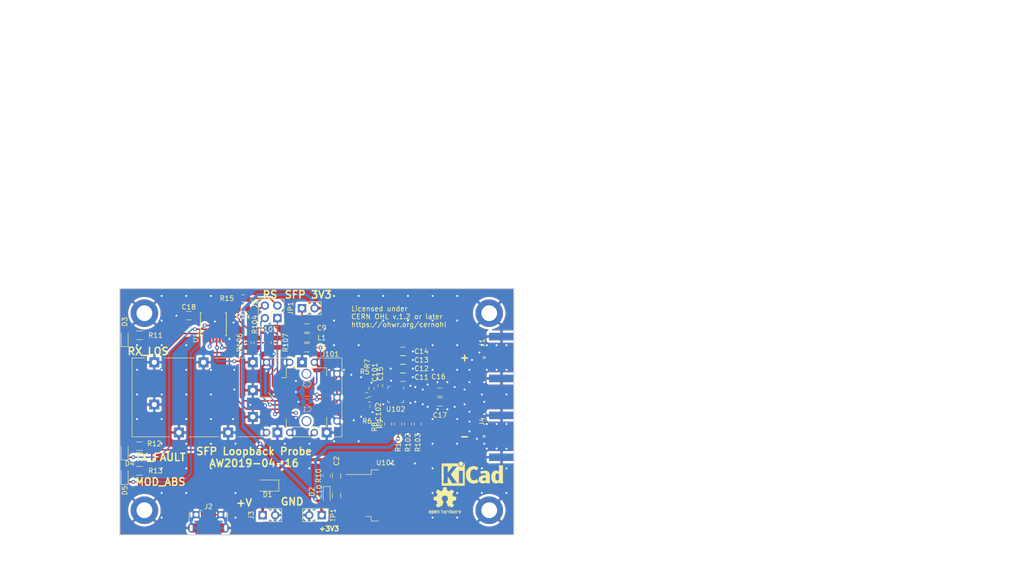
<source format=kicad_pcb>
(kicad_pcb (version 20221018) (generator pcbnew)
  (title_block (title "SFP Loopback Board") (date "2019-04.16") (rev "r2") (company "Anders.e.e.Wallin \"at\" gmail.com") (comment 1 "2019-04 add 100n caps before ONET-inputs"))
  (layers (0 "F.Cu" signal) (31 "B.Cu" signal) (34 "B.Paste" user) (35 "F.Paste" user) (36 "B.SilkS" user "B.Silkscreen") (37 "F.SilkS" user "F.Silkscreen") (38 "B.Mask" user) (39 "F.Mask" user) (44 "Edge.Cuts" user))
  (net 0 "")
  (net 1 "GND")
  (net 2 "SFP_VCC")
  (net 3 "Net-(C2-Pad1)")
  (net 4 "Net-(C9-Pad2)")
  (net 5 "+3V3")
  (net 6 "Net-(C15-Pad2)")
  (net 7 "Net-(C15-Pad1)")
  (net 8 "Net-(D1-Pad2)")
  (net 9 "Net-(D2-Pad1)")
  (net 10 "/P3+")
  (net 11 "/P4+")
  (net 12 "/P4-")
  (net 13 "/P3-")
  (net 14 "/P2+")
  (net 15 "/P2-")
  (net 16 "Net-(D3-Pad1)")
  (net 17 "Net-(D3-Pad2)")
  (net 18 "Net-(D4-Pad2)")
  (net 19 "Net-(D4-Pad1)")
  (net 20 "Net-(D5-Pad1)")
  (net 21 "Net-(D5-Pad2)")
  (net 22 "TX_FAULT")
  (net 23 "MOD_ABS")
  (net 24 "RX_LOS")
  (net 25 "Net-(J5-Pad4)")
  (net 26 "Net-(J5-Pad3)")
  (net 27 "Net-(C101-Pad1)")
  (net 28 "Net-(C102-Pad1)")
  (net 29 "Net-(J2-Pad3)")
  (net 30 "Net-(J2-Pad4)")
  (net 31 "Net-(J2-Pad2)")
  (net 32 "/TH")
  (net 33 "/LOS")
  (net 34 "/DIS")
  (net 35 "/VAR")
  (net 36 "Net-(U1-Pad12)")
  (net 37 "Net-(U1-Pad10)")
  (net 38 "Net-(U1-Pad8)")
  (net 39 "Net-(C103-Pad2)")
  (net 40 "/P1+")
  (net 41 "Net-(C104-Pad2)")
  (net 42 "/P1-")
  (net 43 "Net-(C105-Pad2)")
  (net 44 "Net-(C106-Pad2)")
  (net 45 "Net-(J101-Pad7)")
  (net 46 "Net-(J101-Pad9)")
  (net 47 "Net-(J101-Pad5)")
  (net 48 "Net-(J101-Pad4)")
  (net 49 "Net-(J101-Pad3)")
  (footprint "Capacitors_SMD:C_0805" (layer "F.Cu") (at 139 113 90)
    (fp_text reference "C2")
    (fp_text value "10u")
  )
  (footprint "Capacitors_SMD:C_0805" (layer "F.Cu") (at 133 87)
    (fp_text reference "C6")
    (fp_text value "100n")
  )
  (footprint "Capacitors_SMD:C_0805" (layer "F.Cu") (at 133 83 180)
    (fp_text reference "C9")
    (fp_text value "4u7")
  )
  (footprint "Capacitors_SMD:C_0805" (layer "F.Cu") (at 139 117 90)
    (fp_text reference "C10")
    (fp_text value "10u")
  )
  (footprint "Capacitors_SMD:C_0805" (layer "F.Cu") (at 152.5 93 180)
    (fp_text reference "C11")
    (fp_text value "100p")
  )
  (footprint "Capacitors_SMD:C_0805" (layer "F.Cu") (at 152.5 91.25 180)
    (fp_text reference "C12")
    (fp_text value "1n")
  )
  (footprint "Capacitors_SMD:C_0805" (layer "F.Cu") (at 152.5 89.5 180)
    (fp_text reference "C13")
    (fp_text value "100n")
  )
  (footprint "Capacitors_SMD:C_0805" (layer "F.Cu") (at 152.5 87.75 180)
    (fp_text reference "C14")
    (fp_text value "4u7")
  )
  (footprint "Capacitors_SMD:C_0805" (layer "F.Cu") (at 160 96 180)
    (fp_text reference "C16")
    (fp_text value "100n")
  )
  (footprint "Capacitors_SMD:C_0805" (layer "F.Cu") (at 160 98 180)
    (fp_text reference "C17")
    (fp_text value "100n")
  )
  (footprint "Diode_SMD:D_1206_3216Metric" (layer "F.Cu") (at 125 115 180)
    (fp_text reference "D1")
    (fp_text value "D")
  )
  (footprint "LEDs:LED_0805" (layer "F.Cu") (at 137 117 -90)
    (fp_text reference "D2")
    (fp_text value "LED")
  )
  (footprint "Connectors_USB:USB_Micro-B_Molex-105017-0001" (layer "F.Cu") (at 113 123.25)
    (fp_text reference "J2")
    (fp_text value "USB_B_Micro")
  )
  (footprint "Pin_Headers:Pin_Header_Straight_1x02_Pitch2.54mm" (layer "F.Cu") (at 124 121 90)
    (fp_text reference "J3")
    (fp_text value "Conn_01x02")
  )
  (footprint "Inductors_SMD:L_0805" (layer "F.Cu") (at 133 85)
    (fp_text reference "L1")
    (fp_text value "2u2")
  )
  (footprint "Resistor_SMD:R_0805_2012Metric" (layer "F.Cu") (at 149.5 102.5 90)
    (fp_text reference "R9")
    (fp_text value "62k")
  )
  (footprint "Resistor_SMD:R_0805_2012Metric" (layer "F.Cu") (at 137 113 90)
    (fp_text reference "R10")
    (fp_text value "100R")
  )
  (footprint "Pin_Headers:Pin_Header_Straight_1x02_Pitch2.54mm" (layer "F.Cu") (at 136 121 -90)
    (fp_text reference "TP1")
    (fp_text value "Test3V3")
  )
  (footprint "Pin_Headers:Pin_Header_Straight_1x02_Pitch2.54mm" (layer "F.Cu") (at 132 79 90)
    (fp_text reference "JP1")
    (fp_text value "SFP_ENA")
  )
  (footprint "Resistors_SMD:R_0402" (layer "F.Cu") (at 145.125 96.7)
    (fp_text reference "R5")
    (fp_text value "500R")
  )
  (footprint "Resistors_SMD:R_0402" (layer "F.Cu") (at 145.7 97.5 180)
    (fp_text reference "R6")
    (fp_text value "500R")
  )
  (footprint "Resistors_SMD:R_0402" (layer "F.Cu") (at 146.1 95.3 -90)
    (fp_text reference "R7")
    (fp_text value "49R9")
  )
  (footprint "Resistors_SMD:R_0402" (layer "F.Cu") (at 146.3 98.9 90)
    (fp_text reference "R8")
    (fp_text value "49R9")
  )
  (footprint "Capacitors_SMD:C_0402" (layer "F.Cu") (at 147.9 94.7 90)
    (fp_text reference "C15")
    (fp_text value "100n")
  )
  (footprint "LEDs:LED_0805" (layer "F.Cu") (at 96 85 90)
    (fp_text reference "D3")
    (fp_text value "LED")
  )
  (footprint "LEDs:LED_0805" (layer "F.Cu") (at 96 108 90)
    (fp_text reference "D4")
    (fp_text value "LED")
  )
  (footprint "LEDs:LED_0805" (layer "F.Cu") (at 96 113 90)
    (fp_text reference "D5")
    (fp_text value "LED")
  )
  (footprint "Resistors_SMD:R_0805" (layer "F.Cu") (at 99 84.5 180)
    (fp_text reference "R11")
    (fp_text value "R")
  )
  (footprint "Resistors_SMD:R_0805" (layer "F.Cu") (at 99 107 180)
    (fp_text reference "R12")
    (fp_text value "R")
  )
  (footprint "Resistors_SMD:R_0805" (layer "F.Cu") (at 99 112 180)
    (fp_text reference "R13")
    (fp_text value "R")
  )
  (footprint "Capacitors_SMD:C_0805" (layer "F.Cu") (at 109 80.5 180)
    (fp_text reference "C18")
    (fp_text value "100n")
  )
  (footprint "Housings_SSOP:TSSOP-14_4.4x5mm_Pitch0.65mm" (layer "F.Cu") (at 114 82.25 90)
    (fp_text reference "U1")
    (fp_text value "74HC14")
  )
  (footprint "Pin_Headers:Pin_Header_Straight_2x02_Pitch2.54mm" (layer "F.Cu") (at 127 81 180)
    (fp_text reference "J5")
    (fp_text value "RS_JMP")
  )
  (footprint "Resistor_SMD:R_0805_2012Metric" (layer "F.Cu") (at 120 79 180)
    (fp_text reference "R14")
    (fp_text value "4k7")
  )
  (footprint "Resistor_SMD:R_0805_2012Metric" (layer "F.Cu") (at 120 77 180)
    (fp_text reference "R15")
    (fp_text value "4k7")
  )
  (footprint "Connector_Coaxial:SMA_Amphenol_132289_EdgeMount" (layer "F.Cu") (at 172.5 89)
    (fp_text reference "J1")
    (fp_text value "Conn_Coaxial")
  )
  (footprint "Connector_Coaxial:SMA_Amphenol_132289_EdgeMount" (layer "F.Cu") (at 172.5 105)
    (fp_text reference "J4")
    (fp_text value "Conn_Coaxial")
  )
  (footprint "MountingHole:MountingHole_3.2mm_M3_DIN965_Pad" (layer "F.Cu") (at 170 120)
    (fp_text reference "H103" hide)
    (fp_text value "MountingHole_Pad")
  )
  (footprint "MountingHole:MountingHole_3.2mm_M3_DIN965_Pad" (layer "F.Cu") (at 100 80)
    (fp_text reference "H101" hide)
    (fp_text value "MountingHole_Pad")
  )
  (footprint "MountingHole:MountingHole_3.2mm_M3_DIN965_Pad" (layer "F.Cu") (at 100 120)
    (fp_text reference "H102" hide)
    (fp_text value "MountingHole_Pad")
  )
  (footprint "MountingHole:MountingHole_3.2mm_M3_DIN965_Pad" (layer "F.Cu") (at 170 80)
    (fp_text reference "H104" hide)
    (fp_text value "MountingHole_Pad")
  )
  (footprint "Resistor_SMD:R_0805_2012Metric" (layer "F.Cu") (at 151.5 102.5 90)
    (fp_text reference "R101")
    (fp_text value "10k")
  )
  (footprint "Resistor_SMD:R_0805_2012Metric" (layer "F.Cu") (at 153.5 102.5 90)
    (fp_text reference "R102")
    (fp_text value "0R")
  )
  (footprint "Resistor_SMD:R_0805_2012Metric" (layer "F.Cu") (at 155.5 102.5 90)
    (fp_text reference "R103")
    (fp_text value "DNI")
  )
  (footprint "Capacitor_SMD:C_0402_1005Metric" (layer "F.Cu") (at 147.515 96.5 180)
    (fp_text reference "C101")
    (fp_text value "100n")
  )
  (footprint "Capacitor_SMD:C_0402_1005Metric" (layer "F.Cu") (at 147.5 97.5 180)
    (fp_text reference "C102")
    (fp_text value "100n")
  )
  (footprint "Package_TO_SOT_SMD:TO-263-5_TabPin3" (layer "F.Cu") (at 149 117)
    (fp_text reference "U101")
    (fp_text value "LT1963AxQ-3.3")
  )
  (footprint "Package_DFN_QFN:VQFN-16-1EP_3x3mm_P0.5mm_EP1.68x1.68mm" (layer "F.Cu") (at 151 96.5 -90)
    (fp_text reference "U102")
    (fp_text value "ONET1191PRGT")
  )
  (footprint "Capacitor_SMD:C_0402_1005Metric" (layer "F.Cu") (at 141.9 99 180)
    (fp_text reference "C103" hide)
    (fp_text value "C_Small")
  )
  (footprint "Capacitor_SMD:C_0402_1005Metric" (layer "F.Cu") (at 141.9 100 180)
    (fp_text reference "C104" hide)
    (fp_text value "C_Small")
  )
  (footprint "Capacitor_SMD:C_0402_1005Metric" (layer "F.Cu") (at 141.9 94.9 180)
    (fp_text reference "C105" hide)
    (fp_text value "C_Small")
  )
  (footprint "Capacitor_SMD:C_0402_1005Metric" (layer "F.Cu") (at 141.9 93.9 180)
    (fp_text reference "C106" hide)
    (fp_text value "C_Small")
  )
  (footprint "Connector:Connector_SFP_and_Cage" (layer "F.Cu") (at 139.1 97.1)
    (fp_text reference "J101")
    (fp_text value "SFP+")
  )
  (footprint "Resistor_SMD:R_0805_2012Metric" (layer "F.Cu") (at 123 86 90)
    (fp_text reference "R104")
    (fp_text value "4k7")
  )
  (footprint "Resistor_SMD:R_0805_2012Metric" (layer "F.Cu") (at 125 86 90)
    (fp_text reference "R105")
    (fp_text value "0R")
  )
  (footprint "Resistor_SMD:R_0805_2012Metric" (layer "F.Cu") (at 121 86 90)
    (fp_text reference "R106")
    (fp_text value "4k7")
  )
  (footprint "Resistor_SMD:R_0805_2012Metric" (layer "F.Cu") (at 127 86 -90)
    (fp_text reference "R107")
    (fp_text value "4k7")
  )
  (footprint "Symbol:OSHW-Logo2_7.3x6mm_SilkScreen" (layer "F.Cu") (at 161 118.1)
    (fp_text reference "REF**" hide)
    (fp_text value "OSHW-Logo2_7.3x6mm_SilkScreen" hide)
  )
  (footprint "Symbol:KiCad-Logo_5mm_SilkScreen" (layer "F.Cu") (at 166.6 113.1)
    (fp_text reference "REF**" hide)
    (fp_text value "KiCad-Logo_5mm_SilkScreen" hide)
  )
  (footprint "Capacitors_SMD:C_0603" (layer "B.Cu") (at 133 98)
    (fp_text reference "C1")
    (fp_text value "100p")
  )
  (footprint "Capacitors_SMD:C_0805" (layer "B.Cu") (at 133 96)
    (fp_text reference "C3")
    (fp_text value "1n")
  )
  (gr_line (start 175 125) (end 95 125) (stroke (width 0.2)) (layer "Edge.Cuts"))
  (gr_line (start 95 75) (end 175 75) (stroke (width 0.2)) (layer "Edge.Cuts"))
  (gr_line (start 95 125) (end 95 75) (stroke (width 0.2)) (layer "Edge.Cuts"))
  (gr_line (start 175 75) (end 175 125) (stroke (width 0.2)) (layer "Edge.Cuts"))
  (gr_text "RS" (at 125.5 76.25) (layer "F.SilkS") (effects (font (size 1.5 1.5) (thickness 0.3))))
  (gr_text "+" (at 165 89) (layer "F.SilkS") (effects (font (size 1.5 1.5) (thickness 0.3))))
  (gr_text "SFP 3V3" (at 133.25 76.25) (layer "F.SilkS") (effects (font (size 1.5 1.5) (thickness 0.3))))
  (gr_text "Licensed under \nCERN OHL v.1.2 or later\nhttps://ohwr.org/cernohl" (at 141.9 80.7) (layer "F.SilkS") (effects (font (size 1 1)) (justify left)))
  (gr_text "TX_FAULT" (at 103.25 109.25) (layer "F.SilkS") (effects (font (size 1.5 1.5) (thickness 0.3))))
  (gr_text "MOD_ABS" (at 103.25 114.25) (layer "F.SilkS") (effects (font (size 1.5 1.5) (thickness 0.3))))
  (gr_text "RX_LOS" (at 100.75 87.75) (layer "F.SilkS") (effects (font (size 1.5 1.5) (thickness 0.3))))
  (gr_text "+3V3" (at 137.5 123.75) (layer "F.SilkS") (effects (font (size 1 1) (thickness 0.25))))
  (gr_text "+V" (at 120.25 118.5) (layer "F.SilkS") (effects (font (size 1.5 1.5) (thickness 0.3))))
  (gr_text "SFP Loopback Probe\nAW2019-04-16" (at 122.25 109.25) (layer "F.SilkS") (effects (font (size 1.5 1.5) (thickness 0.3))))
  (gr_text "-" (at 165 105) (layer "F.SilkS") (effects (font (size 1.5 1.5) (thickness 0.3))))
  (gr_text "GND" (at 130 118.25) (layer "F.SilkS") (effects (font (size 1.5 1.5) (thickness 0.3))))
  (segment (start 150.1 93.7) (end 150 93.6) (width 0.3) (layer "F.Cu") (net 1))
  (segment (start 109.5 121.9) (end 109.5 123.6) (width 0.3) (layer "F.Cu") (net 1))
  (segment (start 138.9 95.7) (end 139.1 95.9) (width 0.3) (layer "F.Cu") (net 1))
  (segment (start 150.75 95.025) (end 150.75 96.25) (width 0.3) (layer "F.Cu") (net 1))
  (segment (start 152.475 97.25) (end 151.75 97.25) (width 0.3) (layer "F.Cu") (net 1))
  (segment (start 114.3 120.9) (end 115.5 120.9) (width 0.3) (layer "F.Cu") (net 1))
  (segment (start 150.25 93.75) (end 150 93.5) (width 0.3) (layer "F.Cu") (net 1))
  (segment (start 139.35 100.6) (end 140.5 101.75) (width 0.3) (layer "F.Cu") (net 1))
  (segment (start 112.7 77.3) (end 113.5 76.5) (width 0.3) (layer "F.Cu") (net 1))
  (segment (start 117.2 85.2) (end 117.25 85.25) (width 0.3) (layer "F.Cu") (net 1))
  (segment (start 153 97.25) (end 154 98.25) (width 0.3) (layer "F.Cu") (net 1))
  (segment (start 150 93.6) (end 150 93.5) (width 0.3) (layer "F.Cu") (net 1))
  (segment (start 122 91.37) (end 122 90.07) (width 0.3) (layer "F.Cu") (net 1))
  (segment (start 114 77) (end 113.5 76.5) (width 0.3) (layer "F.Cu") (net 1))
  (segment (start 110.5 120.9) (end 109.5 121.9) (width 0.3) (layer "F.Cu") (net 1))
  (segment (start 150 91.815685) (end 150 91.25) (width 0.3) (layer "F.Cu") (net 1))
  (segment (start 150.75 96.25) (end 151 96.5) (width 0.3) (layer "F.Cu") (net 1))
  (segment (start 140.5 101.75) (end 142.5 101.75) (width 0.3) (layer "F.Cu") (net 1))
  (segment (start 124.75 91.75) (end 122.38 91.75) (width 0.3) (layer "F.Cu") (net 1))
  (segment (start 152.475 95.75) (end 153 95.75) (width 0.3) (layer "F.Cu") (net 1))
  (segment (start 113.525 76.5) (end 113.5 76.5) (width 0.3) (layer "F.Cu") (net 1))
  (segment (start 115.3 79.3) (end 115.3 78.275) (width 0.3) (layer "F.Cu") (net 1))
  (segment (start 153 95.75) (end 154 94.75) (width 0.3) (layer "F.Cu") (net 1))
  (segment (start 151.75 95.75) (end 151 96.5) (width 0.3) (layer "F.Cu") (net 1))
  (segment (start 125 85.05) (end 125 84) (width 0.3) (layer "F.Cu") (net 1))
  (segment (start 137 95.7) (end 138.9 95.7) (width 0.3) (layer "F.Cu") (net 1))
  (segment (start 150.25 95.025) (end 150.25 93.75) (width 0.3) (layer "F.Cu") (net 1))
  (segment (start 152.475 97.25) (end 153 97.25) (width 0.3) (layer "F.Cu") (net 1))
  (segment (start 137 100.6) (end 139.35 100.6) (width 0.3) (layer "F.Cu") (net 1))
  (segment (start 122.38 91.75) (end 122 91.37) (width 0.3) (layer "F.Cu") (net 1))
  (segment (start 112.7 79.3) (end 112.7 77.3) (width 0.3) (layer "F.Cu") (net 1))
  (segment (start 115.5 120.9) (end 116.5 121.9) (width 0.3) (layer "F.Cu") (net 1))
  (segment (start 143.275 117.225) (end 152.425 117.225) (width 0.3) (layer "F.Cu") (net 1))
  (segment (start 150.75 95.025) (end 150.75 94.35) (width 0.3) (layer "F.Cu") (net 1))
  (segment (start 139 92.4) (end 139.1 92.3) (width 0.3) (layer "F.Cu") (net 1))
  (segment (start 139.1 98.1) (end 139.1 97.1) (width 0.3) (layer "F.Cu") (net 1))
  (segment (start 130.5 101) (end 130.75 101.25) (width 0.3) (layer "F.Cu") (net 1))
  (segment (start 150 93.5) (end 150 91.815685) (width 0.3) (layer "F.Cu") (net 1))
  (segment (start 150.25 95.025) (end 150.25 95.75) (width 0.3) (layer "F.Cu") (net 1))
  (segment (start 114 79.3) (end 114 77) (width 0.3) (layer "F.Cu") (net 1))
  (segment (start 114 123.6) (end 115.9 123.6) (width 0.3) (layer "F.Cu") (net 1))
  (segment (start 128.8 93.8) (end 130.7 93.8) (width 0.3) (layer "F.Cu") (net 1))
  (segment (start 112 123.6) (end 110.1 123.6) (width 0.3) (layer "F.Cu") (net 1))
  (segment (start 137 93.3) (end 139 93.3) (width 0.3) (layer "F.Cu") (net 1))
  (segment (start 151.75 97.25) (end 151 96.5) (width 0.3) (layer "F.Cu") (net 1))
  (segment (start 150.75 94.35) (end 150.1 93.7) (width 0.3) (layer "F.Cu") (net 1))
  (segment (start 139.1 95.9) (end 139.1 97.1) (width 0.3) (layer "F.Cu") (net 1))
  (segment (start 150.25 95.75) (end 151 96.5) (width 0.3) (layer "F.Cu") (net 1))
  (segment (start 152.475 95.75) (end 151.75 95.75) (width 0.3) (layer "F.Cu") (net 1))
  (segment (start 114 123.6) (end 112 123.6) (width 0.3) (layer "F.Cu") (net 1))
  (segment (start 115.3 78.275) (end 113.525 76.5) (width 0.3) (layer "F.Cu") (net 1))
  (segment (start 128.8 101) (end 130.5 101) (width 0.3) (layer "F.Cu") (net 1))
  (segment (start 130.7 93.8) (end 130.75 93.75) (width 0.3) (layer "F.Cu") (net 1))
  (segment (start 115.95 85.2) (end 117.2 85.2) (width 0.3) (layer "F.Cu") (net 1))
  (segment (start 137 98.1) (end 139.1 98.1) (width 0.3) (layer "F.Cu") (net 1))
  (segment (start 139 93.3) (end 139 92.4) (width 0.3) (layer "F.Cu") (net 1))
  (segment (start 116.5 121.9) (end 116.5 123.6) (width 0.3) (layer "F.Cu") (net 1))
  (via (at 124.75 91.75) (size 0.8) (drill 0.4) (layers "F.Cu" "B.Cu") (net 1))
  (via (at 103.5 96.5) (size 0.8) (drill 0.4) (layers "F.Cu" "B.Cu") (net 1))
  (via (at 117.25 85.25) (size 0.8) (drill 0.4) (layers "F.Cu" "B.Cu") (net 1))
  (via (at 98.5 86.5) (size 0.8) (drill 0.4) (layers "F.Cu" "B.Cu") (net 1))
  (via (at 144 93) (size 0.8) (drill 0.4) (layers "F.Cu" "B.Cu") (net 1))
  (via (at 143.5 86.5) (size 0.8) (drill 0.4) (layers "F.Cu" "B.Cu") (net 1))
  (via (at 163 99) (size 0.8) (drill 0.4) (layers "F.Cu" "B.Cu") (net 1))
  (via (at 103.5 101.5) (size 0.8) (drill 0.4) (layers "F.Cu" "B.Cu") (net 1))
  (via (at 173.5 102.5) (size 0.8) (drill 0.4) (layers "F.Cu" "B.Cu") (net 1))
  (via (at 166 102) (size 0.8) (drill 0.4) (layers "F.Cu" "B.Cu") (net 1))
  (via (at 148.5 76.5) (size 0.8) (drill 0.4) (layers "F.Cu" "B.Cu") (net 1))
  (via (at 108.5 101.5) (size 0.8) (drill 0.4) (layers "F.Cu" "B.Cu") (net 1))
  (via (at 171.5 102.5) (size 0.8) (drill 0.4) (layers "F.Cu" "B.Cu") (net 1))
  (via (at 163.5 101.5) (size 0.8) (drill 0.4) (layers "F.Cu" "B.Cu") (net 1))
  (via (at 146.1 94.1) (size 0.8) (drill 0.4) (layers "F.Cu" "B.Cu") (net 1))
  (via (at 98.5 101.5) (size 0.8) (drill 0.4) (layers "F.Cu" "B.Cu") (net 1))
  (via (at 103.5 91.5) (size 0.8) (drill 0.4) (layers "F.Cu" "B.Cu") (net 1))
  (via (at 153.5 104.5) (size 0.8) (drill 0.4) (layers "F.Cu" "B.Cu") (net 1))
  (via (at 163.5 76.5) (size 0.8) (drill 0.4) (layers "F.Cu" "B.Cu") (net 1))
  (via (at 173.5 96.5) (size 0.8) (drill 0.4) (layers "F.Cu" "B.Cu") (net 1))
  (via (at 153.5 81.5) (size 0.8) (drill 0.4) (layers "F.Cu" "B.Cu") (net 1))
  (via (at 158.5 76.5) (size 0.8) (drill 0.4) (layers "F.Cu" "B.Cu") (net 1))
  (via (at 113.5 101.5) (size 0.8) (drill 0.4) (layers "F.Cu" "B.Cu") (net 1))
  (via (at 173.5 86.5) (size 0.8) (drill 0.4) (layers "F.Cu" "B.Cu") (net 1))
  (via (at 130.75 96) (size 0.8) (drill 0.4) (layers "F.Cu" "B.Cu") (net 1))
  (via (at 173.5 107.5) (size 0.8) (drill 0.4) (layers "F.Cu" "B.Cu") (net 1))
  (via (at 157.5 99) (size 0.8) (drill 0.4) (layers "F.Cu" "B.Cu") (net 1))
  (via (at 118.5 121.5) (size 0.8) (drill 0.4) (layers "F.Cu" "B.Cu") (net 1))
  (via (at 163.5 106.5) (size 0.8) (drill 0.4) (layers "F.Cu" "B.Cu") (net 1))
  (via (at 143.5 76.5) (size 0.8) (drill 0.4) (layers "F.Cu" "B.Cu") (net 1))
  (via (at 138.5 86.5) (size 0.8) (drill 0.4) (layers "F.Cu" "B.Cu") (net 1))
  (via (at 161.5 94) (size 0.8) (drill 0.4) (layers "F.Cu" "B.Cu") (net 1))
  (via (at 103.5 81.5) (size 0.8) (drill 0.4) (layers "F.Cu" "B.Cu") (net 1))
  (via (at 130.75 93.75) (size 0.8) (drill 0.4) (layers "F.Cu" "B.Cu") (net 1))
  (via (at 138.5 81.5) (size 0.8) (drill 0.4) (layers "F.Cu" "B.Cu") (net 1))
  (via (at 138.5 106) (size 0.8) (drill 0.4) (layers "F.Cu" "B.Cu") (net 1))
  (via (at 154 94.75) (size 0.8) (drill 0.4) (layers "F.Cu" "B.Cu") (net 1))
  (via (at 108.5 96.5) (size 0.8) (drill 0.4) (layers "F.Cu" "B.Cu") (net 1))
  (via (at 108.5 91.5) (size 0.8) (drill 0.4) (layers "F.Cu" "B.Cu") (net 1))
  (via (at 168.5 111.5) (size 0.8) (drill 0.4) (layers "F.Cu" "B.Cu") (net 1))
  (via (at 163.5 91.5) (size 0.8) (drill 0.4) (layers "F.Cu" "B.Cu") (net 1))
  (via (at 113.5 91.5) (size 0.8) (drill 0.4) (layers "F.Cu" "B.Cu") (net 1))
  (via (at 103.5 111.5) (size 0.8) (drill 0.4) (layers "F.Cu" "B.Cu") (net 1))
  (via (at 158.5 86.5) (size 0.8) (drill 0.4) (layers "F.Cu" "B.Cu") (net 1))
  (via (at 166.5 89.5) (size 0.8) (drill 0.4) (layers "F.Cu" "B.Cu") (net 1))
  (via (at 156.5 98.5) (size 0.8) (drill 0.4) (layers "F.Cu" "B.Cu") (net 1))
  (via (at 158.5 116.5) (size 0.8) (drill 0.4) (layers "F.Cu" "B.Cu") (net 1))
  (via (at 103.5 121.5) (size 0.8) (drill 0.4) (layers "F.Cu" "B.Cu") (net 1))
  (via (at 133.5 106.5) (size 0.8) (drill 0.4) (layers "F.Cu" "B.Cu") (net 1))
  (via (at 128.5 106.5) (size 0.8) (drill 0.4) (layers "F.Cu" "B.Cu") (net 1))
  (via (at 126.25 96.5) (size 0.8) (drill 0.4) (layers "F.Cu" "B.Cu") (net 1))
  (via (at 158.5 121.5) (size 0.8) (drill 0.4) (layers "F.Cu" "B.Cu") (net 1))
  (via (at 173.5 116.5) (size 0.8) (drill 0.4) (layers "F.Cu" "B.Cu") (net 1))
  (via (at 126.25 88.25) (size 0.8) (drill 0.4) (layers "F.Cu" "B.Cu") (net 1))
  (via (at 148.5 98.5) (size 0.8) (drill 0.4) (layers "F.Cu" "B.Cu") (net 1))
  (via (at 113.5 96.5) (size 0.8) (drill 0.4) (layers "F.Cu" "B.Cu") (net 1))
  (via (at 173.5 91.5) (size 0.8) (drill 0.4) (layers "F.Cu" "B.Cu") (net 1))
  (via (at 114.3 81.7) (size 0.8) (drill 0.4) (layers "F.Cu" "B.Cu") (net 1))
  (via (at 150.1 110.5) (size 0.8) (drill 0.4) (layers "F.Cu" "B.Cu") (net 1))
  (via (at 157.5 94.5) (size 0.8) (drill 0.4) (layers "F.Cu" "B.Cu") (net 1))
  (via (at 166 100) (size 0.8) (drill 0.4) (layers "F.Cu" "B.Cu") (net 1))
  (via (at 155 95) (size 0.8) (drill 0.4) (layers "F.Cu" "B.Cu") (net 1))
  (via (at 125 84) (size 0.8) (drill 0.4) (layers "F.Cu" "B.Cu") (net 1))
  (via (at 108.5 76.5) (size 0.8) (drill 0.4) (layers "F.Cu" "B.Cu") (net 1))
  (via (at 130.75 101.25) (size 0.8) (drill 0.4) (layers "F.Cu" "B.Cu") (net 1))
  (via (at 118.25 95.5) (size 0.8) (drill 0.4) (layers "F.Cu" "B.Cu") (net 1))
  (via (at 108.5 111.5) (size 0.8) (drill 0.4) (layers "F.Cu" "B.Cu") (net 1))
  (via (at 118.25 91.5) (size 0.8) (drill 0.4) (layers "F.Cu" "B.Cu") (net 1))
  (via (at 171.5 107.5) (size 0.8) (drill 0.4) (layers "F.Cu" "B.Cu") (net 1))
  (via (at 128.5 86.5) (size 0.8) (drill 0.4) (layers "F.Cu" "B.Cu") (net 1))
  (via (at 118.1 81.9) (size 0.8) (drill 0.4) (layers "F.Cu" "B.Cu") (net 1))
  (via (at 158.5 81.5) (size 0.8) (drill 0.4) (layers "F.Cu" "B.Cu") (net 1))
  (via (at 156.5 95.5) (size 0.8) (drill 0.4) (layers "F.Cu" "B.Cu") (net 1))
  (via (at 159.5 99.5) (size 0.8) (drill 0.4) (layers "F.Cu" "B.Cu") (net 1))
  (via (at 150.1 93.7) (size 0.8) (drill 0.4) (layers "F.Cu" "B.Cu") (net 1))
  (via (at 138.5 76.5) (size 0.8) (drill 0.4) (layers "F.Cu" "B.Cu") (net 1))
  (via (at 108.5 116.5) (size 0.8) (drill 0.4) (layers "F.Cu" "B.Cu") (net 1))
  (via (at 154.5 93) (size 0.8) (drill 0.4) (layers "F.Cu" "B.Cu") (net 1))
  (via (at 163 95) (size 0.8) (drill 0.4) (layers "F.Cu" "B.Cu") (net 1))
  (via (at 150 91.25) (size 0.8) (drill 0.4) (layers "F.Cu" "B.Cu") (net 1))
  (via (at 168.5 96.5) (size 0.8) (drill 0.4) (layers "F.Cu" "B.Cu") (net 1))
  (via (at 163.5 121.5) (size 0.8) (drill 0.4) (layers "F.Cu" "B.Cu") (net 1))
  (via (at 146.3 100.1) (size 0.8) (drill 0.4) (layers "F.Cu" "B.Cu") (net 1))
  (via (at 103.5 106.5) (size 0.8) (drill 0.4) (layers "F.Cu" "B.Cu") (net 1))
  (via (at 163.5 86.5) (size 0.8) (drill 0.4) (layers "F.Cu" "B.Cu") (net 1))
  (via (at 158.5 111.5) (size 0.8) (drill 0.4) (layers "F.Cu" "B.Cu") (net 1))
  (via (at 169 98) (size 0.8) (drill 0.4) (layers "F.Cu" "B.Cu") (net 1))
  (via (at 144 101) (size 0.8) (drill 0.4) (layers "F.Cu" "B.Cu") (net 1))
  (via (at 163.5 81.5) (size 0.8) (drill 0.4) (layers "F.Cu" "B.Cu") (net 1))
  (via (at 153.5 76.5) (size 0.8) (drill 0.4) (layers "F.Cu" "B.Cu") (net 1))
  (via (at 140.5 91.5) (size 0.8) (drill 0.4) (layers "F.Cu" "B.Cu") (net 1))
  (via (at 148.5 81.5) (size 0.8) (drill 0.4) (layers "F.Cu" "B.Cu") (net 1))
  (via (at 108.5 106.5) (size 0.8) (drill 0.4) (layers "F.Cu" "B.Cu") (net 1))
  (via (at 168.5 86.5) (size 0.8) (drill 0.4) (layers "F.Cu" "B.Cu") (net 1))
  (via (at 155.5 104.5) (size 0.8) (drill 0.4) (layers "F.Cu" "B.Cu") (net 1))
  (via (at 131.25 98) (size 0.8) (drill 0.4) (layers "F.Cu" "B.Cu") (net 1))
  (via (at 166 94) (size 0.8) (drill 0.4) (layers "F.Cu" "B.Cu") (net 1))
  (via (at 103.5 86.5) (size 0.8) (drill 0.4) (layers "F.Cu" "B.Cu") (net 1))
  (via (at 154 98.25) (size 0.8) (drill 0.4) (layers "F.Cu" "B.Cu") (net 1))
  (via (at 169 106.5) (size 0.8) (drill 0.4) (layers "F.Cu" "B.Cu") (net 1))
  (via (at 113.5 106.5) (size 0.8) (drill 0.4) (layers "F.Cu" "B.Cu") (net 1))
  (via (at 154.5 89.5) (size 0.8) (drill 0.4) (layers "F.Cu" "B.Cu") (net 1))
  (via (at 103.5 76.5) (size 0.8) (drill 0.4) (layers "F.Cu" "B.Cu") (net 1))
  (via (at 121.5 98.6) (size 0.8) (drill 0.4) (layers "F.Cu" "B.Cu") (net 1))
  (via (at 98.5 96.5) (size 0.8) (drill 0.4) (layers "F.Cu" "B.Cu") (net 1))
  (via (at 161.5 99.5) (size 0.8) (drill 0.4) (layers "F.Cu" "B.Cu") (net 1))
  (via (at 103.5 116.5) (size 0.8) (drill 0.4) (layers "F.Cu" "B.Cu") (net 1))
  (via (at 158.5 106.5) (size 0.8) (drill 0.4) (layers "F.Cu" "B.Cu") (net 1))
  (via (at 169.5 91.5) (size 0.8) (drill 0.4) (layers "F.Cu" "B.Cu") (net 1))
  (via (at 173.5 111.5) (size 0.8) (drill 0.4) (layers "F.Cu" "B.Cu") (net 1))
  (via (at 133.5 111.5) (size 0.8) (drill 0.4) (layers "F.Cu" "B.Cu") (net 1))
  (via (at 118 101.5) (size 0.8) (drill 0.4) (layers "F.Cu" "B.Cu") (net 1))
  (via (at 165 98.5) (size 0.8) (drill 0.4) (layers "F.Cu" "B.Cu") (net 1))
  (via (at 165 95.5) (size 0.8) (drill 0.4) (layers "F.Cu" "B.Cu") (net 1))
  (via (at 166 91.5) (size 0.8) (drill 0.4) (layers "F.Cu" "B.Cu") (net 1))
  (via (at 169 100.5) (size 0.8) (drill 0.4) (layers "F.Cu" "B.Cu") (net 1))
  (via (at 169.5 107.5) (size 0.8) (drill 0.4) (layers "F.Cu" "B.Cu") (net 1))
  (via (at 168.5 116.5) (size 0.8) (drill 0.4) (layers "F.Cu" "B.Cu") (net 1))
  (via (at 171.5 91.5) (size 0.8) (drill 0.4) (layers "F.Cu" "B.Cu") (net 1))
  (via (at 169 94) (size 0.8) (drill 0.4) (layers "F.Cu" "B.Cu") (net 1))
  (via (at 168 88) (size 0.8) (drill 0.4) (layers "F.Cu" "B.Cu") (net 1))
  (via (at 169.5 102.5) (size 0.8) (drill 0.4) (layers "F.Cu" "B.Cu") (net 1))
  (via (at 113.5 76.5) (size 0.8) (drill 0.4) (layers "F.Cu" "B.Cu") (net 1))
  (via (at 154.5 91.25) (size 0.8) (drill 0.4) (layers "F.Cu" "B.Cu") (net 1))
  (via (at 137.5 91.5) (size 0.8) (drill 0.4) (layers "F.Cu" "B.Cu") (net 1))
  (via (at 158.5 101.5) (size 0.8) (drill 0.4) (layers "F.Cu" "B.Cu") (net 1))
  (via (at 171.5 86.5) (size 0.8) (drill 0.4) (layers "F.Cu" "B.Cu") (net 1))
  (via (at 155 98) (size 0.8) (drill 0.4) (layers "F.Cu" "B.Cu") (net 1))
  (via (at 166 104) (size 0.8) (drill 0.4) (layers "F.Cu" "B.Cu") (net 1))
  (via (at 106.5 80.5) (size 0.8) (drill 0.4) (layers "F.Cu" "B.Cu") (net 1))
  (via (at 169.5 86.5) (size 0.8) (drill 0.4) (layers "F.Cu" "B.Cu") (net 1))
  (via (at 167.5 105.5) (size 0.8) (drill 0.4) (layers "F.Cu" "B.Cu") (net 1))
  (via (at 142.5 101.75) (size 0.8) (drill 0.4) (layers "F.Cu" "B.Cu") (net 1))
  (via (at 159.5 94) (size 0.8) (drill 0.4) (layers "F.Cu" "B.Cu") (net 1))
  (via (at 142 92.5) (size 0.8) (drill 0.4) (layers "F.Cu" "B.Cu") (net 1))
  (via (at 158.5 91.5) (size 0.8) (drill 0.4) (layers "F.Cu" "B.Cu") (net 1))
  (via (at 113.5 111.5) (size 0.8) (drill 0.4) (layers "F.Cu" "B.Cu") (net 1))
  (via (at 98.5 91.5) (size 0.8) (drill 0.4) (layers "F.Cu" "B.Cu") (net 1))
  (via (at 154.9 110.5) (size 0.8) (drill 0.4) (layers "F.Cu" "B.Cu") (net 1))
  (via (at 118.5 116.5) (size 0.8) (drill 0.4) (layers "F.Cu" "B.Cu") (net 1))
  (via (at 124.5 98.75) (size 0.8) (drill 0.4) (layers "F.Cu" "B.Cu") (net 1))
  (via (at 154.5 87.75) (size 0.8) (drill 0.4) (layers "F.Cu" "B.Cu") (net 1))
  (via (at 143.5 106) (size 0.8) (drill 0.4) (layers "F.Cu" "B.Cu") (net 1))
  (via (at 118.5 106.5) (size 0.8) (drill 0.4) (layers "F.Cu" "B.Cu") (net 1))
  (via (at 163.5 116.5) (size 0.8) (drill 0.4) (layers "F.Cu" "B.Cu") (net 1))
  (via (at 108.5 86.5) (size 0.8) (drill 0.4) (layers "F.Cu" "B.Cu") (net 1))
  (via (at 163.5 111.5) (size 0.8) (drill 0.4) (layers "F.Cu" "B.Cu") (net 1))
  (segment (start 132.25 98) (end 132.25 96.25) (width 0.3) (layer "B.Cu") (net 1))
  (segment (start 132.25 96.25) (end 132 96) (width 0.3) (layer "B.Cu") (net 1))
  (segment (start 134 87) (end 134 85.05) (width 0.3) (layer "F.Cu") (net 2))
  (segment (start 137 97.4) (end 135.1 97.4) (width 0.3) (layer "F.Cu") (net 2))
  (segment (start 134 85.05) (end 133.95 85) (width 0.3) (layer "F.Cu") (net 2))
  (segment (start 135 97.5) (end 135 96.5) (width 0.3) (layer "F.Cu") (net 2))
  (segment (start 135.75 87) (end 134 87) (width 0.3) (layer "F.Cu") (net 2))
  (segment (start 135.1 97.4) (end 135 97.5) (width 0.3) (layer "F.Cu") (net 2))
  (segment (start 135.1 96.6) (end 135 96.5) (width 0.3) (layer "F.Cu") (net 2))
  (segment (start 137 96.6) (end 135.1 96.6) (width 0.3) (layer "F.Cu") (net 2))
  (via (at 135 97.5) (size 0.8) (drill 0.4) (layers "F.Cu" "B.Cu") (net 2))
  (via (at 135.75 87) (size 0.8) (drill 0.4) (layers "F.Cu" "B.Cu") (net 2))
  (via (at 135 96.5) (size 0.8) (drill 0.4) (layers "F.Cu" "B.Cu") (net 2))
  (segment (start 135 91.75) (end 135.75 91) (width 0.3) (layer "B.Cu") (net 2))
  (segment (start 135.75 91) (end 135.75 87) (width 0.3) (layer "B.Cu") (net 2))
  (segment (start 135 97.5) (end 134.25 97.5) (width 0.3) (layer "B.Cu") (net 2))
  (segment (start 133.75 98) (end 133.75 96.25) (width 0.3) (layer "B.Cu") (net 2))
  (segment (start 134.5 96.5) (end 134 96) (width 0.3) (layer "B.Cu") (net 2))
  (segment (start 135 96.5) (end 134.5 96.5) (width 0.3) (layer "B.Cu") (net 2))
  (segment (start 134 95.075) (end 135 94.075) (width 0.3) (layer "B.Cu") (net 2))
  (segment (start 133.75 96.25) (end 134 96) (width 0.3) (layer "B.Cu") (net 2))
  (segment (start 134 96) (end 134 95.075) (width 0.3) (layer "B.Cu") (net 2))
  (segment (start 134.25 97.5) (end 133.75 98) (width 0.3) (layer "B.Cu") (net 2))
  (segment (start 135 94.075) (end 135 91.75) (width 0.3) (layer "B.Cu") (net 2))
  (segment (start 143.275 112.975) (end 143.25 112.95) (width 0.6) (layer "F.Cu") (net 3))
  (segment (start 139.175 113.825) (end 139 114) (width 0.3) (layer "F.Cu") (net 3))
  (segment (start 143.25 112) (end 141 109.75) (width 0.6) (layer "F.Cu") (net 3))
  (segment (start 143.275 113.825) (end 143.275 112.975) (width 0.6) (layer "F.Cu") (net 3))
  (segment (start 126 111.5) (end 126.7 112.2) (width 0.6) (layer "F.Cu") (net 3))
  (segment (start 143.275 115.525) (end 143.275 113.825) (width 0.6) (layer "F.Cu") (net 3))
  (segment (start 111.7 120.9) (end 111.7 118.55) (width 0.5) (layer "F.Cu") (net 3))
  (segment (start 129.15 109.75) (end 126.7 112.2) (width 0.6) (layer "F.Cu") (net 3))
  (segment (start 126.7 112.2) (end 126.7 115) (width 0.6) (layer "F.Cu") (net 3))
  (segment (start 143.275 113.825) (end 139.175 113.825) (width 0.3) (layer "F.Cu") (net 3))
  (segment (start 143.25 112.95) (end 143.25 112) (width 0.6) (layer "F.Cu") (net 3))
  (segment (start 118.75 111.5) (end 126 111.5) (width 0.6) (layer "F.Cu") (net 3))
  (segment (start 111.7 118.55) (end 118.75 111.5) (width 0.6) (layer "F.Cu") (net 3))
  (segment (start 141 109.75) (end 129.15 109.75) (width 0.6) (layer "F.Cu") (net 3))
  (segment (start 132.05 83.05) (end 132 83) (width 0.3) (layer "F.Cu") (net 4))
  (segment (start 132.05 85) (end 132.05 83.05) (width 0.3) (layer "F.Cu") (net 4))
  (segment (start 132 83) (end 132 79) (width 0.3) (layer "F.Cu") (net 4))
  (segment (start 139 118.8) (end 139 118) (width 0.6) (layer "F.Cu") (net 5))
  (segment (start 110 82) (end 110 80.5) (width 0.3) (layer "F.Cu") (net 5))
  (segment (start 121.5 83) (end 121 83) (width 0.3) (layer "F.Cu") (net 5))
  (segment (start 119.25 80.75) (end 119.25 81.5) (width 0.3) (layer "F.Cu") (net 5))
  (segment (start 119.0625 79) (end 119.0625 80.5625) (width 0.3) (layer "F.Cu") (net 5))
  (segment (start 151.5 86.5) (end 151.5 87.75) (width 0.6) (layer "F.Cu") (net 5))
  (segment (start 137 118.1) (end 138.9 118.1) (width 0.6) (layer "F.Cu") (net 5))
  (segment (start 151.75 95.025) (end 151.75 93.25) (width 0.3) (layer "F.Cu") (net 5))
  (segment (start 100.6 112) (end 101.5 111.1) (width 0.3) (layer "F.Cu") (net 5))
  (segment (start 143.275 118.925) (end 139.5 118.925) (width 0.6) (layer "F.Cu") (net 5))
  (segment (start 136.1 118.1) (end 137 118.1) (width 0.6) (layer "F.Cu") (net 5))
  (segment (start 139.5 118.925) (end 139.125 118.925) (width 0.6) (layer "F.Cu") (net 5))
  (segment (start 109.75 82.25) (end 110 82) (width 0.3) (layer "F.Cu") (net 5))
  (segment (start 105.5 84.5) (end 107.75 82.25) (width 0.3) (layer "F.Cu") (net 5))
  (segment (start 111.6 80.5) (end 112.05 80.05) (width 0.3) (layer "F.Cu") (net 5))
  (segment (start 112.05 79.3) (end 112.05 80.325) (width 0.3) (layer "F.Cu") (net 5))
  (segment (start 127 84.4) (end 125.6 83) (width 0.3) (layer "F.Cu") (net 5))
  (segment (start 139.125 118.925) (end 139 118.8) (width 0.6) (layer "F.Cu") (net 5))
  (segment (start 101.35 107.75) (end 101.5 107.75) (width 0.3) (layer "F.Cu") (net 5))
  (segment (start 112.05 79.8) (end 112.05 79.3) (width 0.3) (layer "F.Cu") (net 5))
  (segment (start 120.75 83) (end 121.5 83) (width 0.3) (layer "F.Cu") (net 5))
  (segment (start 127 85.05) (end 127 84.4) (width 0.3) (layer "F.Cu") (net 5))
  (segment (start 123 85.05) (end 123 84.4) (width 0.3) (layer "F.Cu") (net 5))
  (segment (start 99.95 84.5) (end 105.5 84.5) (width 0.3) (layer "F.Cu") (net 5))
  (segment (start 151.75 93.25) (end 151.5 93) (width 0.3) (layer "F.Cu") (net 5))
  (segment (start 151.5 93) (end 151.5 91.25) (width 0.3) (layer "F.Cu") (net 5))
  (segment (start 144 79) (end 151.5 86.5) (width 0.6) (layer "F.Cu") (net 5))
  (segment (start 121 85.05) (end 121 83) (width 0.3) (layer "F.Cu") (net 5))
  (segment (start 119.0625 79) (end 119.0625 77) (width 0.3) (layer "F.Cu") (net 5))
  (segment (start 151.25 93.25) (end 151.5 93) (width 0.3) (layer "F.Cu") (net 5))
  (segment (start 119.0625 80.5625) (end 119.25 80.75) (width 0.3) (layer "F.Cu") (net 5))
  (segment (start 143.275 118.925) (end 143.275 120.625) (width 0.6) (layer "F.Cu") (net 5))
  (segment (start 99.95 107) (end 100.6 107) (width 0.3) (layer "F.Cu") (net 5))
  (segment (start 151.5 105.5) (end 151.5 103.4375) (width 0.3) (layer "F.Cu") (net 5))
  (segment (start 110 80.5) (end 111.35 80.5) (width 0.3) (layer "F.Cu") (net 5))
  (segment (start 151.5 87.625) (end 151.5 87.75) (width 0.6) (layer "F.Cu") (net 5))
  (segment (start 122.25 107.75) (end 123.5 106.5) (width 0.3) (layer "F.Cu") (net 5))
  (segment (start 123 83) (end 121.5 83) (width 0.3) (layer "F.Cu") (net 5))
  (segment (start 101.5 107.75) (end 122.25 107.75) (width 0.3) (layer "F.Cu") (net 5))
  (segment (start 99.95 112) (end 100.6 112) (width 0.3) (layer "F.Cu") (net 5))
  (segment (start 135.1 118.1) (end 134.75 117.75) (width 0.6) (layer "F.Cu") (net 5))
  (segment (start 134.54 79) (end 140.875 79) (width 0.6) (layer "F.Cu") (net 5))
  (segment (start 136 121) (end 136 118.2) (width 0.6) (layer "F.Cu") (net 5))
  (segment (start 123 84.4) (end 123 83) (width 0.3) (layer "F.Cu") (net 5))
  (segment (start 119.25 81.5) (end 120.75 83) (width 0.3) (layer "F.Cu") (net 5))
  (segment (start 151.5 89.5) (end 151.5 87.75) (width 0.3) (layer "F.Cu") (net 5))
  (segment (start 101.5 111.1) (end 101.5 107.75) (width 0.3) (layer "F.Cu") (net 5))
  (segment (start 112.05 80.325) (end 112.475 80.75) (width 0.3) (layer "F.Cu") (net 5))
  (segment (start 138.9 118.1) (end 139 118) (width 0.6) (layer "F.Cu") (net 5))
  (segment (start 137 118.85) (end 137 118.1) (width 0.6) (layer "F.Cu") (net 5))
  (segment (start 139.5 118.925) (end 137.075 118.925) (width 0.6) (layer "F.Cu") (net 5))
  (segment (start 125.6 83) (end 123 83) (width 0.3) (layer "F.Cu") (net 5))
  (segment (start 137 118.1) (end 135.1 118.1) (width 0.6) (layer "F.Cu") (net 5))
  (segment (start 111.35 80.5) (end 112.05 79.8) (width 0.3) (layer "F.Cu") (net 5))
  (segment (start 112.475 80.75) (end 119.25 80.75) (width 0.3) (layer "F.Cu") (net 5))
  (segment (start 137.075 118.925) (end 137 118.85) (width 0.6) (layer "F.Cu") (net 5))
  (segment (start 107.75 82.25) (end 109.75 82.25) (width 0.3) (layer "F.Cu") (net 5))
  (segment (start 140.875 79) (end 144 79) (width 0.6) (layer "F.Cu") (net 5))
  (segment (start 110 80.5) (end 111.6 80.5) (width 0.3) (layer "F.Cu") (net 5))
  (segment (start 151.25 95.025) (end 151.25 93.25) (width 0.3) (layer "F.Cu") (net 5))
  (segment (start 136 118.2) (end 136.1 118.1) (width 0.6) (layer "F.Cu") (net 5))
  (segment (start 151.5 91.25) (end 151.5 89.5) (width 0.3) (layer "F.Cu") (net 5))
  (segment (start 100.6 107) (end 101.35 107.75) (width 0.3) (layer "F.Cu") (net 5))
  (via (at 134.75 117.75) (size 0.8) (drill 0.4) (layers "F.Cu" "B.Cu") (net 5))
  (via (at 123.5 106.5) (size 0.8) (drill 0.4) (layers "F.Cu" "B.Cu") (net 5))
  (via (at 119.25 80.75) (size 0.8) (drill 0.4) (layers "F.Cu" "B.Cu") (net 5))
  (via (at 151.5 105.5) (size 0.8) (drill 0.4) (layers "F.Cu" "B.Cu") (net 5))
  (segment (start 133.5 116.5) (end 123.5 106.5) (width 0.6) (layer "B.Cu") (net 5))
  (segment (start 123.5 106.5) (end 120 103) (width 0.6) (layer "B.Cu") (net 5))
  (segment (start 134.75 117.75) (end 133.5 116.5) (width 0.6) (layer "B.Cu") (net 5))
  (segment (start 120 79.25) (end 123 76.25) (width 0.6) (layer "B.Cu") (net 5))
  (segment (start 137.25 107.25) (end 147.25 107.25) (width 0.6) (layer "B.Cu") (net 5))
  (segment (start 134.54 79) (end 134.54 77.797919) (width 0.6) (layer "B.Cu") (net 5))
  (segment (start 120 80.75) (end 120 79.25) (width 0.6) (layer "B.Cu") (net 5))
  (segment (start 134.75 117.75) (end 134.75 109.75) (width 0.6) (layer "B.Cu") (net 5))
  (segment (start 123 76.25) (end 133 76.25) (width 0.6) (layer "B.Cu") (net 5))
  (segment (start 134.54 77.797919) (end 133 76.257919) (width 0.6) (layer "B.Cu") (net 5))
  (segment (start 133 76.257919) (end 133 76.25) (width 0.6) (layer "B.Cu") (net 5))
  (segment (start 120 103) (end 120 80.75) (width 0.6) (layer "B.Cu") (net 5))
  (segment (start 134.75 109.75) (end 137.25 107.25) (width 0.6) (layer "B.Cu") (net 5))
  (segment (start 119.25 80.75) (end 120 80.75) (width 0.3) (layer "B.Cu") (net 5))
  (segment (start 149.75 107.25) (end 151.5 105.5) (width 0.6) (layer "B.Cu") (net 5))
  (segment (start 147.25 107.25) (end 149.75 107.25) (width 0.6) (layer "B.Cu") (net 5))
  (segment (start 148.95 95.75) (end 148.6 95.4) (width 0.2) (layer "F.Cu") (net 6))
  (segment (start 149.525 95.75) (end 149.3 95.75) (width 0.1) (layer "F.Cu") (net 6))
  (segment (start 148.6 94.4) (end 148.35 94.15) (width 0.2) (layer "F.Cu") (net 6))
  (segment (start 148.35 94.15) (end 147.9 94.15) (width 0.2) (layer "F.Cu") (net 6))
  (segment (start 148.6 95.4) (end 148.6 94.4) (width 0.2) (layer "F.Cu") (net 6))
  (segment (start 149.525 95.75) (end 148.95 95.75) (width 0.2) (layer "F.Cu") (net 6))
  (segment (start 149.525 96.25) (end 148.85 96.25) (width 0.2) (layer "F.Cu") (net 7))
  (segment (start 148.85 96.25) (end 147.9 95.3) (width 0.2) (layer "F.Cu") (net 7))
  (segment (start 147.9 95.3) (end 147.9 95.25) (width 0.2) (layer "F.Cu") (net 7))
  (segment (start 124 115.7) (end 123.3 115) (width 0.3) (layer "F.Cu") (net 8))
  (segment (start 124 121) (end 124 115.7) (width 0.6) (layer "F.Cu") (net 8))
  (segment (start 137 115.9) (end 137 113.95) (width 0.3) (layer "F.Cu") (net 9))
  (segment (start 152.875 96.275) (end 155.5932 96.275) (width 0.2) (layer "F.Cu") (net 10))
  (segment (start 155.5932 96.275) (end 156.0932 96.775) (width 0.2) (layer "F.Cu") (net 10))
  (segment (start 156.0932 96.775) (end 158.1 96.775) (width 0.2) (layer "F.Cu") (net 10))
  (segment (start 152.475 96.25) (end 152.85 96.25) (width 0.2) (layer "F.Cu") (net 10))
  (segment (start 152.85 96.25) (end 152.875 96.275) (width 0.2) (layer "F.Cu") (net 10))
  (segment (start 158.1 96.775) (end 158.875 96) (width 0.2) (layer "F.Cu") (net 10))
  (segment (start 158.875 96) (end 159 96) (width 0.2) (layer "F.Cu") (net 10))
  (segment (start 161.937501 96) (end 162.712501 96.775) (width 0.2) (layer "F.Cu") (net 11))
  (segment (start 161 96) (end 161.937501 96) (width 0.2) (layer "F.Cu") (net 11))
  (segment (start 162.712501 96.775) (end 165.9068 96.775) (width 0.2) (layer "F.Cu") (net 11))
  (segment (start 165.9068 96.775) (end 166.225 96.775) (width 0.3) (layer "F.Cu") (net 11))
  (segment (start 169 89) (end 172.5 89) (width 0.3) (layer "F.Cu") (net 11))
  (segment (start 167.5 95.5) (end 167.5 90.5) (width 0.3) (layer "F.Cu") (net 11))
  (segment (start 166.225 96.775) (end 167.5 95.5) (width 0.3) (layer "F.Cu") (net 11))
  (segment (start 167.5 90.5) (end 169 89) (width 0.3) (layer "F.Cu") (net 11))
  (segment (start 167.5 103.5) (end 167.5 98.6318) (width 0.3) (layer "F.Cu") (net 12))
  (segment (start 169 105) (end 167.5 103.5) (width 0.3) (layer "F.Cu") (net 12))
  (segment (start 166.14321 97.27501) (end 166.0932 97.27501) (width 0.3) (layer "F.Cu") (net 12))
  (segment (start 161.937501 98) (end 162.712501 97.225) (width 0.2) (layer "F.Cu") (net 12))
  (segment (start 161 98) (end 161.937501 98) (width 0.2) (layer "F.Cu") (net 12))
  (segment (start 167.5 98.6318) (end 166.14321 97.27501) (width 0.3) (layer "F.Cu") (net 12))
  (segment (start 166.0932 97.27501) (end 166.0932 97.225) (width 0.2) (layer "F.Cu") (net 12))
  (segment (start 162.712501 97.225) (end 166.0932 97.27501) (width 0.2) (layer "F.Cu") (net 12))
  (segment (start 172.5 105) (end 169 105) (width 0.3) (layer "F.Cu") (net 12))
  (segment (start 155.4068 96.725) (end 155.9068 97.225) (width 0.2) (layer "F.Cu") (net 13))
  (segment (start 158.1 97.225) (end 158.875 98) (width 0.2) (layer "F.Cu") (net 13))
  (segment (start 155.9068 97.225) (end 158.1 97.225) (width 0.2) (layer "F.Cu") (net 13))
  (segment (start 152.85 96.75) (end 152.875 96.725) (width 0.2) (layer "F.Cu") (net 13))
  (segment (start 152.875 96.725) (end 155.4068 96.725) (width 0.2) (layer "F.Cu") (net 13))
  (segment (start 152.475 96.75) (end 152.85 96.75) (width 0.2) (layer "F.Cu") (net 13))
  (segment (start 158.875 98) (end 159 98) (width 0.2) (layer "F.Cu") (net 13))
  (segment (start 146.3 96.5) (end 146.1 96.7) (width 0.2) (layer "F.Cu") (net 14))
  (segment (start 145.55 96.6) (end 146.1 96.05) (width 0.1) (layer "F.Cu") (net 14))
  (segment (start 145.55 96.7) (end 145.55 96.6) (width 0.1) (layer "F.Cu") (net 14))
  (segment (start 146.075 95.775) (end 146.1 95.75) (width 0.2) (layer "F.Cu") (net 14))
  (segment (start 145.575 96.7) (end 145.575 96.6) (width 0.2) (layer "F.Cu") (net 14))
  (segment (start 146.1 96.7) (end 145.575 96.7) (width 0.2) (layer "F.Cu") (net 14))
  (segment (start 146.1 96.05) (end 146.1 95.75) (width 0.1) (layer "F.Cu") (net 14))
  (segment (start 146.075 96.1) (end 146.075 95.775) (width 0.2) (layer "F.Cu") (net 14))
  (segment (start 147.03 96.5) (end 146.3 96.5) (width 0.2) (layer "F.Cu") (net 14))
  (segment (start 145.575 96.6) (end 146.075 96.1) (width 0.2) (layer "F.Cu") (net 14))
  (segment (start 147.015 97.5) (end 146.15 97.5) (width 0.2) (layer "F.Cu") (net 15))
  (segment (start 146.15 98.3) (end 146.3 98.45) (width 0.2) (layer "F.Cu") (net 15))
  (segment (start 146.15 97.5) (end 146.15 98.3) (width 0.2) (layer "F.Cu") (net 15))
  (segment (start 107.875001 84.124999) (end 104.25 87.75) (width 0.3) (layer "F.Cu") (net 16))
  (segment (start 96 87.5) (end 96 86.1) (width 0.3) (layer "F.Cu") (net 16))
  (segment (start 112.7 84.2) (end 112.624999 84.124999) (width 0.3) (layer "F.Cu") (net 16))
  (segment (start 104.25 87.75) (end 96.25 87.75) (width 0.3) (layer "F.Cu") (net 16))
  (segment (start 112.7 85.2) (end 112.7 84.2) (width 0.3) (layer "F.Cu") (net 16))
  (segment (start 112.624999 84.124999) (end 107.875001 84.124999) (width 0.3) (layer "F.Cu") (net 16))
  (segment (start 96.25 87.75) (end 96 87.5) (width 0.3) (layer "F.Cu") (net 16))
  (segment (start 96 83.9) (end 97.45 83.9) (width 0.3) (layer "F.Cu") (net 17))
  (segment (start 97.45 83.9) (end 98.05 84.5) (width 0.3) (layer "F.Cu") (net 17))
  (segment (start 96 106.9) (end 97.95 106.9) (width 0.3) (layer "F.Cu") (net 18))
  (segment (start 97.95 106.9) (end 98.05 107) (width 0.3) (layer "F.Cu") (net 18))
  (segment (start 96.15 109.25) (end 96 109.1) (width 0.3) (layer "F.Cu") (net 19))
  (segment (start 97.75 109.25) (end 96.15 109.25) (width 0.3) (layer "F.Cu") (net 19))
  (segment (start 114 83.75) (end 113.5 83.25) (width 0.3) (layer "F.Cu") (net 19))
  (segment (start 113.5 83.25) (end 110.25 83.25) (width 0.3) (layer "F.Cu") (net 19))
  (segment (start 114 85.2) (end 114 83.75) (width 0.3) (layer "F.Cu") (net 19))
  (via (at 110.25 83.25) (size 0.8) (drill 0.4) (layers "F.Cu" "B.Cu") (net 19))
  (via (at 97.75 109.25) (size 0.8) (drill 0.4) (layers "F.Cu" "B.Cu") (net 19))
  (segment (start 103 109.25) (end 97.75 109.25) (width 0.3) (layer "B.Cu") (net 19))
  (segment (start 105 106.110002) (end 105 107.25) (width 0.3) (layer "B.Cu") (net 19))
  (segment (start 109.684315 83.25) (end 105 87.934315) (width 0.3) (layer "B.Cu") (net 19))
  (segment (start 105 107.25) (end 103 109.25) (width 0.3) (layer "B.Cu") (net 19))
  (segment (start 105 87.934315) (end 105 106.110002) (width 0.3) (layer "B.Cu") (net 19))
  (segment (start 110.25 83.25) (end 109.684315 83.25) (width 0.3) (layer "B.Cu") (net 19))
  (segment (start 97.75 114.25) (end 95.70001 114.25) (width 0.3) (layer "F.Cu") (net 20))
  (segment (start 115.3 84.175) (end 113.625 82.5) (width 0.3) (layer "F.Cu") (net 20))
  (segment (start 115.3 85.2) (end 115.3 84.175) (width 0.3) (layer "F.Cu") (net 20))
  (segment (start 95.85001 114.1) (end 96 114.1) (width 0.3) (layer "F.Cu") (net 20))
  (segment (start 113.625 82.5) (end 112.25 82.5) (width 0.3) (layer "F.Cu") (net 20))
  (segment (start 95.70001 114.25) (end 95.85001 114.1) (width 0.3) (layer "F.Cu") (net 20))
  (via (at 97.75 114.25) (size 0.8) (drill 0.4) (layers "F.Cu" "B.Cu") (net 20))
  (via (at 112.25 82.5) (size 0.8) (drill 0.4) (layers "F.Cu" "B.Cu") (net 20))
  (segment (start 107.75 114.25) (end 97.75 114.25) (width 0.3) (layer "B.Cu") (net 20))
  (segment (start 111.25 85) (end 111.25 86.25) (width 0.3) (layer "B.Cu") (net 20))
  (segment (start 109.424999 112.575001) (end 107.75 114.25) (width 0.3) (layer "B.Cu") (net 20))
  (segment (start 111.25 83.5) (end 111.25 85) (width 0.3) (layer "B.Cu") (net 20))
  (segment (start 111.25 85) (end 111.25 85.25) (width 0.3) (layer "B.Cu") (net 20))
  (segment (start 111.25 86.25) (end 109.424999 88.075001) (width 0.3) (layer "B.Cu") (net 20))
  (segment (start 112.25 82.5) (end 111.25 83.5) (width 0.3) (layer "B.Cu") (net 20))
  (segment (start 109.424999 88.075001) (end 109.424999 112.575001) (width 0.3) (layer "B.Cu") (net 20))
  (segment (start 96 111.9) (end 97.95 111.9) (width 0.3) (layer "F.Cu") (net 21))
  (segment (start 97.95 111.9) (end 98.05 112) (width 0.3) (layer "F.Cu") (net 21))
  (segment (start 113.25 86.75) (end 113.35 86.65) (width 0.3) (layer "F.Cu") (net 22))
  (segment (start 113.35 86.65) (end 113.35 85.2) (width 0.3) (layer "F.Cu") (net 22))
  (segment (start 119.75 86) (end 118.75 87) (width 0.3) (layer "F.Cu") (net 22))
  (segment (start 127 94.25) (end 127 86.95) (width 0.3) (layer "F.Cu") (net 22))
  (segment (start 118.75 87) (end 115.75 87) (width 0.3) (layer "F.Cu") (net 22))
  (segment (start 127.35 94.6) (end 127 94.25) (width 0.3) (layer "F.Cu") (net 22))
  (segment (start 127 86.95) (end 127 86) (width 0.3) (layer "F.Cu") (net 22))
  (segment (start 128.8 94.6) (end 127.35 94.6) (width 0.3) (layer "F.Cu") (net 22))
  (segment (start 127 86) (end 119.75 86) (width 0.3) (layer "F.Cu") (net 22))
  (via (at 113.25 86.75) (size 0.8) (drill 0.4) (layers "F.Cu" "B.Cu") (net 22))
  (via (at 115.75 87) (size 0.8) (drill 0.4) (layers "F.Cu" "B.Cu") (net 22))
  (segment (start 115.065685 85.75) (end 114 85.75) (width 0.3) (layer "B.Cu") (net 22))
  (segment (start 115.75 87) (end 115.75 86.434315) (width 0.3) (layer "B.Cu") (net 22))
  (segment (start 113.25 86.5) (end 113.25 86.75) (width 0.3) (layer "B.Cu") (net 22))
  (segment (start 114 85.75) (end 113.25 86.5) (width 0.3) (layer "B.Cu") (net 22))
  (segment (start 115.75 86.434315) (end 115.065685 85.75) (width 0.3) (layer "B.Cu") (net 22))
  (segment (start 114.65 85.2) (end 114.65 86.9) (width 0.3) (layer "F.Cu") (net 23))
  (segment (start 120.25 88.25) (end 122.5 88.25) (width 0.3) (layer "F.Cu") (net 23))
  (segment (start 114.65 86.9) (end 114.75 87) (width 0.3) (layer "F.Cu") (net 23))
  (segment (start 119.5 89) (end 120.25 88.25) (width 0.3) (layer "F.Cu") (net 23))
  (segment (start 119.5 97) (end 119.5 89.75) (width 0.3) (layer "F.Cu") (net 23))
  (segment (start 119.5 89.75) (end 118.25 89.75) (width 0.3) (layer "F.Cu") (net 23))
  (segment (start 128.8 97.8) (end 120.3 97.8) (width 0.3) (layer "F.Cu") (net 23))
  (segment (start 123 87.75) (end 123 86.95) (width 0.3) (layer "F.Cu") (net 23))
  (segment (start 119.5 89.75) (end 119.5 89) (width 0.3) (layer "F.Cu") (net 23))
  (segment (start 120.3 97.8) (end 119.5 97) (width 0.3) (layer "F.Cu") (net 23))
  (segment (start 122.5 88.25) (end 123 87.75) (width 0.3) (layer "F.Cu") (net 23))
  (via (at 114.75 87) (size 0.8) (drill 0.4) (layers "F.Cu" "B.Cu") (net 23))
  (via (at 118.25 89.75) (size 0.8) (drill 0.4) (layers "F.Cu" "B.Cu") (net 23))
  (segment (start 118.25 89.75) (end 115 89.75) (width 0.3) (layer "B.Cu") (net 23))
  (segment (start 114.75 89.5) (end 114.75 87.5) (width 0.3) (layer "B.Cu") (net 23))
  (segment (start 115 89.75) (end 114.75 89.5) (width 0.3) (layer "B.Cu") (net 23))
  (segment (start 114.75 87.5) (end 114.75 87) (width 0.3) (layer "B.Cu") (net 23))
  (segment (start 112.5 88) (end 112.05 87.55) (width 0.3) (layer "F.Cu") (net 24))
  (segment (start 120.75 99.5) (end 119.25 98) (width 0.3) (layer "F.Cu") (net 24))
  (segment (start 127.5 99.4) (end 127.4 99.5) (width 0.3) (layer "F.Cu") (net 24))
  (segment (start 127.4 99.5) (end 120.75 99.5) (width 0.3) (layer "F.Cu") (net 24))
  (segment (start 113.25 88) (end 112.5 88) (width 0.3) (layer "F.Cu") (net 24))
  (segment (start 119.25 98) (end 118.5 97.25) (width 0.3) (layer "F.Cu") (net 24))
  (segment (start 113.25 88) (end 117.25 88) (width 0.3) (layer "F.Cu") (net 24))
  (segment (start 117.25 88) (end 119 88) (width 0.3) (layer "F.Cu") (net 24))
  (segment (start 112.05 85.2) (end 112.05 86.225) (width 0.3) (layer "F.Cu") (net 24))
  (segment (start 128.8 99.4) (end 127.5 99.4) (width 0.3) (layer "F.Cu") (net 24))
  (segment (start 117.25 88.5) (end 117.25 88) (width 0.3) (layer "F.Cu") (net 24))
  (segment (start 112.05 86.225) (end 112.05 86.5) (width 0.3) (layer "F.Cu") (net 24))
  (segment (start 112.05 86.5) (end 112.05 85.95) (width 0.3) (layer "F.Cu") (net 24))
  (segment (start 119.25 98) (end 117.25 96) (width 0.3) (layer "F.Cu") (net 24))
  (segment (start 117.25 96) (end 117.25 88.5) (width 0.3) (layer "F.Cu") (net 24))
  (segment (start 120.05 86.95) (end 121 86.95) (width 0.3) (layer "F.Cu") (net 24))
  (segment (start 119 88) (end 120.05 86.95) (width 0.3) (layer "F.Cu") (net 24))
  (segment (start 112.05 87.55) (end 112.05 86.5) (width 0.3) (layer "F.Cu") (net 24))
  (segment (start 113.5 88) (end 113.25 88) (width 0.3) (layer "F.Cu") (net 24))
  (segment (start 124.04 78.46) (end 123.5 79) (width 0.3) (layer "F.Cu") (net 25))
  (segment (start 123.5 79) (end 120.9375 79) (width 0.3) (layer "F.Cu") (net 25))
  (segment (start 124.46 78.46) (end 124.04 78.46) (width 0.3) (layer "F.Cu") (net 25))
  (segment (start 127 78.46) (end 125.54 77) (width 0.3) (layer "F.Cu") (net 26))
  (segment (start 125.54 77) (end 120.9375 77) (width 0.3) (layer "F.Cu") (net 26))
  (segment (start 148.25 96.75) (end 148 96.5) (width 0.2) (layer "F.Cu") (net 27))
  (segment (start 149.525 96.75) (end 148.25 96.75) (width 0.2) (layer "F.Cu") (net 27))
  (segment (start 149.525 97.25) (end 148.235 97.25) (width 0.2) (layer "F.Cu") (net 28))
  (segment (start 148.235 97.25) (end 147.985 97.5) (width 0.2) (layer "F.Cu") (net 28))
  (segment (start 150.25 97.975) (end 150.25 98.2) (width 0.3) (layer "F.Cu") (net 32))
  (segment (start 149.5 99.4) (end 149.5 101.55) (width 0.3) (layer "F.Cu") (net 32))
  (segment (start 150.25 98.65) (end 149.5 99.4) (width 0.3) (layer "F.Cu") (net 32))
  (segment (start 150.25 97.975) (end 150.25 98.65) (width 0.3) (layer "F.Cu") (net 32))
  (segment (start 151.5 99.4) (end 151.5 101.5625) (width 0.3) (layer "F.Cu") (net 33))
  (segment (start 150.75 97.975) (end 150.75 98.65) (width 0.3) (layer "F.Cu") (net 33))
  (segment (start 150.75 98.65) (end 151.5 99.4) (width 0.3) (layer "F.Cu") (net 33))
  (segment (start 153.5 100.69288) (end 153.5 100.975) (width 0.3) (layer "F.Cu") (net 34))
  (segment (start 151.25 97.975) (end 151.25 98.44288) (width 0.3) (layer "F.Cu") (net 34))
  (segment (start 151.25 98.44288) (end 153.5 100.69288) (width 0.3) (layer "F.Cu") (net 34))
  (segment (start 153.5 100.975) (end 153.5 101.5625) (width 0.3) (layer "F.Cu") (net 34))
  (segment (start 155.5 100.7) (end 155.5 101.5625) (width 0.3) (layer "F.Cu") (net 35))
  (segment (start 153.65 100.1) (end 154.9 100.1) (width 0.3) (layer "F.Cu") (net 35))
  (segment (start 154.9 100.1) (end 155.5 100.7) (width 0.3) (layer "F.Cu") (net 35))
  (segment (start 151.75 97.975) (end 151.75 98.2) (width 0.3) (layer "F.Cu") (net 35))
  (segment (start 151.75 98.2) (end 153.65 100.1) (width 0.3) (layer "F.Cu") (net 35))
  (segment (start 138.500001 99) (end 138.675001 99.175) (width 0.2) (layer "F.Cu") (net 39))
  (segment (start 139.7432 99.175) (end 139.8432 99.275) (width 0.2) (layer "F.Cu") (net 39))
  (segment (start 138.675001 99.175) (end 139.7432 99.175) (width 0.2) (layer "F.Cu") (net 39))
  (segment (start 140.724999 99.275) (end 140.999999 99) (width 0.2) (layer "F.Cu") (net 39))
  (segment (start 137 99) (end 138.500001 99) (width 0.2) (layer "F.Cu") (net 39))
  (segment (start 139.8432 99.275) (end 140.724999 99.275) (width 0.2) (layer "F.Cu") (net 39))
  (segment (start 140.999999 99) (end 141.45 99) (width 0.2) (layer "F.Cu") (net 39))
  (segment (start 143.000001 95) (end 142.55 95) (width 0.2) (layer "F.Cu") (net 40))
  (segment (start 143.699615 97.736965) (end 143.677427 97.673556) (width 0.2) (layer "F.Cu") (net 40))
  (segment (start 143.677427 97.673556) (end 143.669905 97.6068) (width 0.2) (layer "F.Cu") (net 40))
  (segment (start 143.782859 97.841349) (end 143.735356 97.793846) (width 0.2) (layer "F.Cu") (net 40))
  (segment (start 144.562047 97.97225) (end 144.505166 97.936509) (width 0.2) (layer "F.Cu") (net 40))
  (segment (start 143.83974 97.336509) (end 143.903149 97.314321) (width 0.2) (layer "F.Cu") (net 40))
  (segment (start 143.735356 97.793846) (end 143.699615 97.736965) (width 0.2) (layer "F.Cu") (net 40))
  (segment (start 143.903149 97.314321) (end 143.969905 97.3068) (width 0.2) (layer "F.Cu") (net 40))
  (segment (start 144.645291 97.136965) (end 144.667479 97.073556) (width 0.2) (layer "F.Cu") (net 40))
  (segment (start 143.969905 97.9068) (end 143.903149 97.899278) (width 0.2) (layer "F.Cu") (net 40))
  (segment (start 144.562047 97.241349) (end 144.60955 97.193846) (width 0.2) (layer "F.Cu") (net 40))
  (segment (start 143.6068 99.275) (end 144.675 98.2068) (width 0.2) (layer "F.Cu") (net 40))
  (segment (start 144.675 95.5932) (end 143.8068 94.725) (width 0.2) (layer "F.Cu") (net 40))
  (segment (start 143.669905 97.6068) (end 143.677427 97.540043) (width 0.2) (layer "F.Cu") (net 40))
  (segment (start 144.505166 97.936509) (end 144.441757 97.914321) (width 0.2) (layer "F.Cu") (net 40))
  (segment (start 143.83974 97.87709) (end 143.782859 97.841349) (width 0.2) (layer "F.Cu") (net 40))
  (segment (start 144.441757 97.914321) (end 144.375 97.9068) (width 0.2) (layer "F.Cu") (net 40))
  (segment (start 143.735356 97.419753) (end 143.782859 97.37225) (width 0.2) (layer "F.Cu") (net 40))
  (segment (start 144.60955 98.019753) (end 144.562047 97.97225) (width 0.2) (layer "F.Cu") (net 40))
  (segment (start 143.699615 97.476634) (end 143.735356 97.419753) (width 0.2) (layer "F.Cu") (net 40))
  (segment (start 144.667479 97.073556) (end 144.675 97.0068) (width 0.2) (layer "F.Cu") (net 40))
  (segment (start 143.969905 97.3068) (end 144.375 97.3068) (width 0.2) (layer "F.Cu") (net 40))
  (segment (start 144.375 97.9068) (end 143.969905 97.9068) (width 0.2) (layer "F.Cu") (net 40))
  (segment (start 144.675 98.2068) (end 144.667479 98.140043) (width 0.2) (layer "F.Cu") (net 40))
  (segment (start 144.375 97.3068) (end 144.441757 97.299278) (width 0.2) (layer "F.Cu") (net 40))
  (segment (start 144.675 96.1) (end 144.675 95.5932) (width 0.2) (layer "F.Cu") (net 40))
  (segment (start 144.675 97.0068) (end 144.675 96.1) (width 0.2) (layer "F.Cu") (net 40))
  (segment (start 143.782859 97.37225) (end 143.83974 97.336509) (width 0.2) (layer "F.Cu") (net 40))
  (segment (start 142.55 99) (end 143.000001 99) (width 0.2) (layer "F.Cu") (net 40))
  (segment (start 144.65 96.7) (end 144.65 96.3) (width 0.1) (layer "F.Cu") (net 40))
  (segment (start 144.667479 98.140043) (end 144.645291 98.076634) (width 0.2) (layer "F.Cu") (net 40))
  (segment (start 143.275001 94.725) (end 143.000001 95) (width 0.2) (layer "F.Cu") (net 40))
  (segment (start 143.903149 97.899278) (end 143.83974 97.87709) (width 0.2) (layer "F.Cu") (net 40))
  (segment (start 144.505166 97.27709) (end 144.562047 97.241349) (width 0.2) (layer "F.Cu") (net 40))
  (segment (start 144.60955 97.193846) (end 144.645291 97.136965) (width 0.2) (layer "F.Cu") (net 40))
  (segment (start 144.441757 97.299278) (end 144.505166 97.27709) (width 0.2) (layer "F.Cu") (net 40))
  (segment (start 143.275001 99.275) (end 143.6068 99.275) (width 0.2) (layer "F.Cu") (net 40))
  (segment (start 144.65 96.3) (end 144.675 96.275) (width 0.1) (layer "F.Cu") (net 40))
  (segment (start 143.000001 99) (end 143.275001 99.275) (width 0.2) (layer "F.Cu") (net 40))
  (segment (start 144.645291 98.076634) (end 144.60955 98.019753) (width 0.2) (layer "F.Cu") (net 40))
  (segment (start 144.675 96.275) (end 144.675 96.1) (width 0.1) (layer "F.Cu") (net 40))
  (segment (start 143.8068 94.725) (end 143.275001 94.725) (width 0.2) (layer "F.Cu") (net 40))
  (segment (start 143.677427 97.540043) (end 143.699615 97.476634) (width 0.2) (layer "F.Cu") (net 40))
  (segment (start 140.724999 99.725) (end 140.999999 100) (width 0.2) (layer "F.Cu") (net 41))
  (segment (start 137 99.8) (end 138.500001 99.8) (width 0.2) (layer "F.Cu") (net 41))
  (segment (start 138.675001 99.625) (end 139.5568 99.625) (width 0.2) (layer "F.Cu") (net 41))
  (segment (start 140.999999 100) (end 141.45 100) (width 0.2) (layer "F.Cu") (net 41))
  (segment (start 139.5568 99.625) (end 139.6568 99.725) (width 0.2) (layer "F.Cu") (net 41))
  (segment (start 138.500001 99.8) (end 138.675001 99.625) (width 0.2) (layer "F.Cu") (net 41))
  (segment (start 139.6568 99.725) (end 140.724999 99.725) (width 0.2) (layer "F.Cu") (net 41))
  (segment (start 142.55 100) (end 143.000001 100) (width 0.2) (layer "F.Cu") (net 42))
  (segment (start 143.275001 94.275) (end 143.000001 94) (width 0.2) (layer "F.Cu") (net 42))
  (segment (start 143.000001 100) (end 143.275001 99.725) (width 0.2) (layer "F.Cu") (net 42))
  (segment (start 145.25 97.45) (end 145.125 97.325) (width 0.1) (layer "F.Cu") (net 42))
  (segment (start 143.9932 94.275) (end 143.275001 94.275) (width 0.2) (layer "F.Cu") (net 42))
  (segment (start 145.125 97.325) (end 145.125 97.225002) (width 0.1) (layer "F.Cu") (net 42))
  (segment (start 145.125 97.225002) (end 145.125 95.4068) (width 0.2) (layer "F.Cu") (net 42))
  (segment (start 145.25 97.5) (end 145.25 97.45) (width 0.1) (layer "F.Cu") (net 42))
  (segment (start 145.125 95.4068) (end 143.9932 94.275) (width 0.2) (layer "F.Cu") (net 42))
  (segment (start 143.000001 94) (end 142.55 94) (width 0.2) (layer "F.Cu") (net 42))
  (segment (start 143.275001 99.725) (end 143.7932 99.725) (width 0.2) (layer "F.Cu") (net 42))
  (segment (start 143.7932 99.725) (end 145.125 98.3932) (width 0.2) (layer "F.Cu") (net 42))
  (segment (start 145.125 98.3932) (end 145.125 97.225002) (width 0.2) (layer "F.Cu") (net 42))
  (segment (start 138.500001 95) (end 138.675001 94.825) (width 0.2) (layer "F.Cu") (net 43))
  (segment (start 138.675001 94.825) (end 139.4932 94.825) (width 0.2) (layer "F.Cu") (net 43))
  (segment (start 139.4932 94.825) (end 139.5932 94.725) (width 0.2) (layer "F.Cu") (net 43))
  (segment (start 140.999999 95) (end 141.45 95) (width 0.2) (layer "F.Cu") (net 43))
  (segment (start 140.724999 94.725) (end 140.999999 95) (width 0.2) (layer "F.Cu") (net 43))
  (segment (start 139.5932 94.725) (end 140.724999 94.725) (width 0.2) (layer "F.Cu") (net 43))
  (segment (start 137 95) (end 138.500001 95) (width 0.2) (layer "F.Cu") (net 43))
  (segment (start 138.500001 94.2) (end 138.675001 94.375) (width 0.2) (layer "F.Cu") (net 44))
  (segment (start 137 94.2) (end 138.500001 94.2) (width 0.2) (layer "F.Cu") (net 44))
  (segment (start 139.4068 94.275) (end 140.724999 94.275) (width 0.2) (layer "F.Cu") (net 44))
  (segment (start 138.675001 94.375) (end 139.3068 94.375) (width 0.2) (layer "F.Cu") (net 44))
  (segment (start 139.3068 94.375) (end 139.4068 94.275) (width 0.2) (layer "F.Cu") (net 44))
  (segment (start 140.999999 94) (end 141.45 94) (width 0.2) (layer "F.Cu") (net 44))
  (segment (start 140.724999 94.275) (end 140.999999 94) (width 0.2) (layer "F.Cu") (net 44))
  (segment (start 125.55 98.6) (end 125.5 98.55) (width 0.3) (layer "F.Cu") (net 45))
  (segment (start 128.8 98.6) (end 125.55 98.6) (width 0.3) (layer "F.Cu") (net 45))
  (via (at 125.5 98.55) (size 0.8) (drill 0.4) (layers "F.Cu" "B.Cu") (net 45))
  (segment (start 123.610001 96.660001) (end 123.610001 81.849999) (width 0.3) (layer "B.Cu") (net 45))
  (segment (start 125.5 98.55) (end 123.610001 96.660001) (width 0.3) (layer "B.Cu") (net 45))
  (segment (start 123.610001 81.849999) (end 124.46 81) (width 0.3) (layer "B.Cu") (net 45))
  (segment (start 126.8 100.2) (end 126.5 100.5) (width 0.3) (layer "F.Cu") (net 46))
  (segment (start 128.8 100.2) (end 130.7 100.2) (width 0.3) (layer "F.Cu") (net 46))
  (segment (start 130.7 100.2) (end 130.75 100.25) (width 0.3) (layer "F.Cu") (net 46))
  (segment (start 128.8 100.2) (end 126.8 100.2) (width 0.3) (layer "F.Cu") (net 46))
  (via (at 126.5 100.5) (size 0.8) (drill 0.4) (layers "F.Cu" "B.Cu") (net 46))
  (via (at 130.75 100.25) (size 0.8) (drill 0.4) (layers "F.Cu" "B.Cu") (net 46))
  (segment (start 126.5 98) (end 125.499999 96.999999) (width 0.3) (layer "B.Cu") (net 46))
  (segment (start 125.499999 92.500001) (end 127 91) (width 0.3) (layer "B.Cu") (net 46))
  (segment (start 126.5 100.5) (end 126.5 98) (width 0.3) (layer "B.Cu") (net 46))
  (segment (start 125.499999 96.999999) (end 125.499999 92.500001) (width 0.3) (layer "B.Cu") (net 46))
  (segment (start 127 91) (end 127 81) (width 0.3) (layer "B.Cu") (net 46))
  (segment (start 126 94.75) (end 126 89.25) (width 0.3) (layer "F.Cu") (net 49))
  (segment (start 126 89.25) (end 125 88.25) (width 0.3) (layer "F.Cu") (net 49))
  (segment (start 125 88.25) (end 125 86.95) (width 0.3) (layer "F.Cu") (net 49))
  (segment (start 128.8 95.4) (end 126.65 95.4) (width 0.3) (layer "F.Cu") (net 49))
  (segment (start 126.65 95.4) (end 126 94.75) (width 0.3) (layer "F.Cu") (net 49))
  (zone (net 1) (net_name "GND") (layer "F.Cu") (connect_pads (clearance 0.508)) (min_thickness 0.254) (fill yes (thermal_gap 0.508) (thermal_bridge_width 0.508))
    (polygon (pts (xy 175 125) (xy 95 125) (xy 95 75) (xy 175 75)))
  )
  (zone (net 0) (net_name "") (layer "F.Cu") (connect_pads (clearance 0)) (min_thickness 0.254)
    (keepout (tracks allowed) (vias allowed) (pads allowed) (copperpour not_allowed) (footprints allowed))
    (fill (thermal_gap 0.508) (thermal_bridge_width 0.508))
    (polygon (pts (xy 134.5 92) (xy 141.5 92) (xy 141.5 102.5) (xy 134.5 102.5)))
  )
  (zone (net 1) (net_name "GND") (layer "B.Cu") (connect_pads (clearance 0.508)) (min_thickness 0.254) (fill yes (thermal_gap 0.508) (thermal_bridge_width 0.508))
    (polygon (pts (xy 95 75) (xy 175 75) (xy 175 125) (xy 95 125)))
  )
)
</source>
